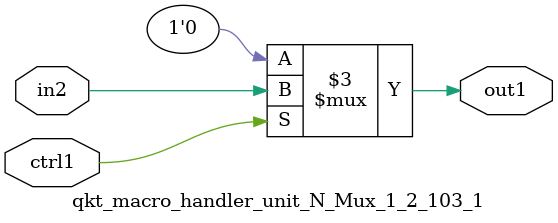
<source format=v>

`timescale 1ps / 1ps


module qkt_macro_handler_unit_N_Mux_1_2_103_1( in2, ctrl1, out1 );

    input in2;
    input ctrl1;
    output out1;
    reg out1;

    
    // rtl_process:qkt_macro_handler_unit_N_Mux_1_2_103_1/qkt_macro_handler_unit_N_Mux_1_2_103_1_thread_1
    always @*
      begin : qkt_macro_handler_unit_N_Mux_1_2_103_1_thread_1
        case (ctrl1) 
          1'b1: 
            begin
              out1 = in2;
            end
          default: 
            begin
              out1 = 1'b0;
            end
        endcase
      end

endmodule


</source>
